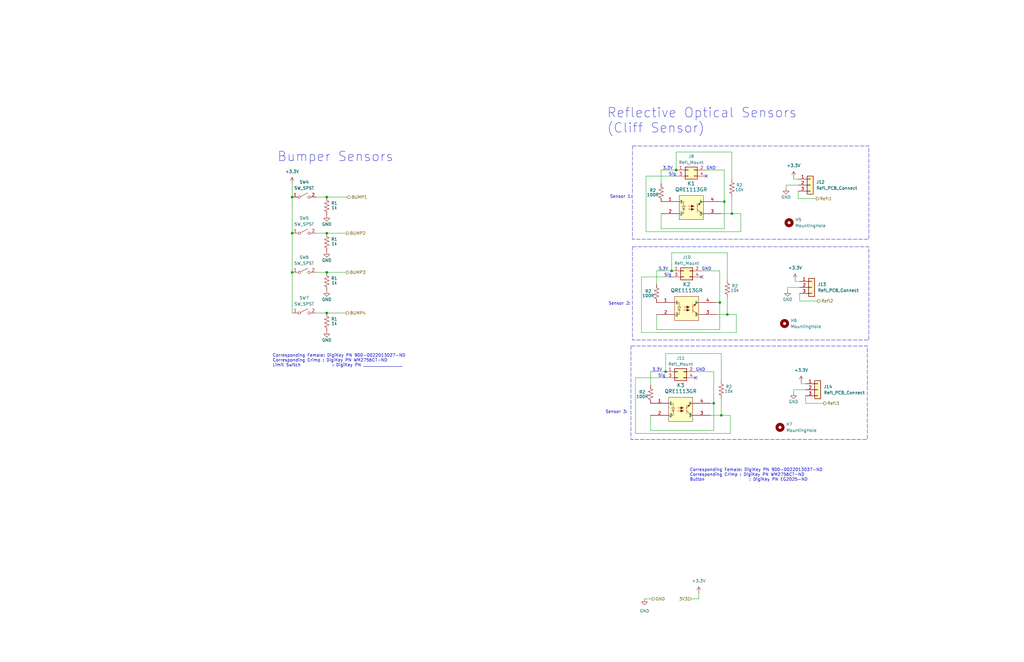
<source format=kicad_sch>
(kicad_sch (version 20230121) (generator eeschema)
  (paper "B")
  (title_block (title "MCU Controller") (rev "0.1") (company "satomm@stanford.edu") (comment 1 "Department of Civil and Environmental Engineering") (comment 2 "Engineering Informatics Group") (comment 3 "Stanford University") (comment 4 "Matthew Sato"))
  (lib_symbols
    (symbol "Connector_Generic:Conn_01x03" (pin_names (offset 1.016) hide)
      (property "Reference" "J" (at 0 5.08 0))
      (property "Value" "Conn_01x03" (at 0 -5.08 0))
      (symbol "Conn_01x03_1_1"
        (rectangle (start -1.27 -2.413) (end 0 -2.667) (stroke (width 0.1524)))
        (rectangle (start -1.27 0.127) (end 0 -0.127) (stroke (width 0.1524)))
        (rectangle (start -1.27 2.667) (end 0 2.413) (stroke (width 0.1524)))
        (rectangle (start -1.27 3.81) (end 1.27 -3.81) (stroke (width 0.254)) (fill (type background)))
        (pin passive line (at -5.08 2.54 0) (length 3.81) (name "Pin_1") (number "1"))
        (pin passive line (at -5.08 0 0) (length 3.81) (name "Pin_2") (number "2"))
        (pin passive line (at -5.08 -2.54 0) (length 3.81) (name "Pin_3") (number "3"))
      )
    )
    (symbol "Connector_Generic:Conn_02x02_Odd_Even" (pin_names (offset 1.016) hide)
      (property "Reference" "J" (at 1.27 2.54 0))
      (property "Value" "Conn_02x02_Odd_Even" (at 1.27 -5.08 0))
      (symbol "Conn_02x02_Odd_Even_1_1"
        (rectangle (start -1.27 -2.413) (end 0 -2.667) (stroke (width 0.1524)))
        (rectangle (start -1.27 0.127) (end 0 -0.127) (stroke (width 0.1524)))
        (rectangle (start -1.27 1.27) (end 3.81 -3.81) (stroke (width 0.254)) (fill (type background)))
        (rectangle (start 3.81 -2.413) (end 2.54 -2.667) (stroke (width 0.1524)))
        (rectangle (start 3.81 0.127) (end 2.54 -0.127) (stroke (width 0.1524)))
        (pin passive line (at -5.08 0 0) (length 3.81) (name "Pin_1") (number "1"))
        (pin passive line (at 7.62 0 180) (length 3.81) (name "Pin_2") (number "2"))
        (pin passive line (at -5.08 -2.54 0) (length 3.81) (name "Pin_3") (number "3"))
        (pin passive line (at 7.62 -2.54 180) (length 3.81) (name "Pin_4") (number "4"))
      )
    )
    (symbol "Device:R_US" (pin_numbers hide) (pin_names (offset 0))
      (property "Reference" "R" (at 2.54 0 90))
      (property "Value" "R_US" (at -2.54 0 90))
      (symbol "R_US_0_1"
        (polyline (pts (xy 0 -2.286) (xy 0 -2.54)))
        (polyline (pts (xy 0 2.286) (xy 0 2.54)))
        (polyline (pts (xy 0 -0.762) (xy 1.016 -1.143) (xy 0 -1.524) (xy -1.016 -1.905) (xy 0 -2.286)))
        (polyline (pts (xy 0 0.762) (xy 1.016 0.381) (xy 0 0) (xy -1.016 -0.381) (xy 0 -0.762)))
        (polyline (pts (xy 0 2.286) (xy 1.016 1.905) (xy 0 1.524) (xy -1.016 1.143) (xy 0 0.762)))
      )
      (symbol "R_US_1_1"
        (pin passive line (at 0 3.81 270) (length 1.27) (name "~") (number "1"))
        (pin passive line (at 0 -3.81 90) (length 1.27) (name "~") (number "2"))
      )
    )
    (symbol "Mechanical:MountingHole" (pin_names (offset 1.016))
      (property "Reference" "H" (at 0 5.08 0))
      (property "Value" "MountingHole" (at 0 3.175 0))
      (symbol "MountingHole_0_1"
        (circle (center 0 0) (radius 1.27) (stroke (width 1.27)))
      )
    )
    (symbol "RobotLibary:QRE1113GR" (pin_names (offset 0.254))
      (property "Reference" "K" (at 12.7 12.7 0))
      (property "Value" "QRE1113GR" (at 15.24 12.7 0))
      (symbol "QRE1113GR_0_1"
        (polyline (pts (xy 7.62 -5.08) (xy 9.525 -5.08)) (stroke (width 0.127)))
        (polyline (pts (xy 7.62 0) (xy 9.525 0)) (stroke (width 0.127)))
        (polyline (pts (xy 8.89 -1.905) (xy 9.525 -3.175)) (stroke (width 0.127)))
        (polyline (pts (xy 9.525 -3.175) (xy 9.525 -5.08)) (stroke (width 0.127)))
        (polyline (pts (xy 9.525 -3.175) (xy 10.16 -1.905)) (stroke (width 0.127)))
        (polyline (pts (xy 9.525 -1.905) (xy 9.525 0)) (stroke (width 0.127)))
        (polyline (pts (xy 10.16 -3.175) (xy 8.89 -3.175)) (stroke (width 0.127)))
        (polyline (pts (xy 10.16 -1.905) (xy 8.89 -1.905)) (stroke (width 0.127)))
        (polyline (pts (xy 11.43 -3.175) (xy 12.7 -3.175)) (stroke (width 0.127)))
        (polyline (pts (xy 11.43 -1.905) (xy 12.7 -1.905)) (stroke (width 0.127)))
        (polyline (pts (xy 15.24 -1.905) (xy 16.1925 -0.9525)) (stroke (width 0.127)))
        (polyline (pts (xy 15.24 -0.635) (xy 15.24 -4.445)) (stroke (width 0.127)))
        (polyline (pts (xy 16.51 -5.08) (xy 17.78 -5.08)) (stroke (width 0.127)))
        (polyline (pts (xy 16.51 -4.445) (xy 15.24 -3.175)) (stroke (width 0.127)))
        (polyline (pts (xy 16.51 -4.445) (xy 16.51 -5.08)) (stroke (width 0.127)))
        (polyline (pts (xy 16.51 0) (xy 16.51 -0.635)) (stroke (width 0.127)))
        (polyline (pts (xy 16.51 0) (xy 17.78 0)) (stroke (width 0.127)))
        (polyline (pts (xy 13.97 -3.175) (xy 12.7 -3.683) (xy 12.7 -2.667)) (fill (type outline)))
        (polyline (pts (xy 13.97 -1.905) (xy 12.7 -2.413) (xy 12.7 -1.397)) (fill (type outline)))
        (polyline (pts (xy 16.51 -0.635) (xy 15.748 -0.889) (xy 16.256 -1.397) (xy 16.51 -0.635)) (fill (type outline)))
      )
      (symbol "QRE1113GR_1_1"
        (rectangle (start 7.62 2.54) (end 17.78 -7.62) (fill (type background)))
        (pin passive line (at 0 0 0) (length 7.62) (name "1") (number "1"))
        (pin passive line (at 0 -5.08 0) (length 7.62) (name "2") (number "2"))
        (pin passive line (at 25.4 -5.08 180) (length 7.62) (name "3") (number "3"))
        (pin passive line (at 25.4 0 180) (length 7.62) (name "4") (number "4"))
      )
    )
    (symbol "Switch:SW_SPST" (pin_names (offset 0) hide)
      (property "Reference" "SW" (at 0 3.175 0))
      (property "Value" "SW_SPST" (at 0 -2.54 0))
      (symbol "SW_SPST_0_0"
        (circle (center -2.032 0) (radius 0.508))
        (polyline (pts (xy -1.524 0.254) (xy 1.524 1.778)))
        (circle (center 2.032 0) (radius 0.508))
      )
      (symbol "SW_SPST_1_1"
        (pin passive line (at -5.08 0 0) (length 2.54) (name "A") (number "1"))
        (pin passive line (at 5.08 0 180) (length 2.54) (name "B") (number "2"))
      )
    )
    (symbol "power:+3.3V" (power) (pin_names (offset 0))
      (property "Value" "+3.3V" (at 0 3.556 0))
      (symbol "+3.3V_0_1"
        (polyline (pts (xy -0.762 1.27) (xy 0 2.54)))
        (polyline (pts (xy 0 0) (xy 0 2.54)))
        (polyline (pts (xy 0 2.54) (xy 0.762 1.27)))
      )
      (symbol "+3.3V_1_1"
        (pin power_in line (at 0 0 90) (length 0) hide (name "+3.3V") (number "1"))
      )
    )
    (symbol "power:GND" (power) (pin_names (offset 0))
      (property "Value" "GND" (at 0 -3.81 0))
      (symbol "GND_0_1"
        (polyline (pts (xy 0 0) (xy 0 -1.27) (xy 1.27 -1.27) (xy 0 -2.54) (xy -1.27 -1.27) (xy 0 -1.27)))
      )
      (symbol "GND_1_1"
        (pin power_in line (at 0 0 270) (length 0) hide (name "GND") (number "1"))
      )
    )
  )
  (junction (at 304.165 175.26))
  (junction (at 123.19 114.935))
  (junction (at 123.19 98.425))
  (junction (at 137.795 98.425))
  (junction (at 123.19 83.185))
  (junction (at 137.795 114.935))
  (junction (at 283.21 114.3))
  (junction (at 306.705 132.715))
  (junction (at 300.99 170.18))
  (junction (at 305.435 85.09))
  (junction (at 280.67 156.845))
  (junction (at 285.115 71.755))
  (junction (at 137.795 83.185))
  (junction (at 303.53 127.635))
  (junction (at 137.795 132.08))
  (junction (at 308.61 90.17))
  (no_connect (at 297.815 74.295))
  (no_connect (at 295.91 116.84))
  (no_connect (at 293.37 159.385))
  (wire (pts (xy 303.53 114.3) (xy 303.53 127.635)))
  (wire (pts (xy 300.99 156.845) (xy 300.99 170.18)))
  (wire (pts (xy 305.435 85.09) (xy 305.435 96.52)))
  (wire (pts (xy 276.86 114.3) (xy 283.21 114.3)))
  (wire (pts (xy 274.32 156.845) (xy 280.67 156.845)))
  (wire (pts (xy 306.705 132.715) (xy 302.26 132.715)))
  (wire (pts (xy 339.725 167.005) (xy 339.725 170.18)))
  (wire (pts (xy 133.35 98.425) (xy 137.795 98.425)))
  (wire (pts (xy 307.975 182.88) (xy 267.97 182.88)))
  (wire (pts (xy 133.35 132.08) (xy 137.795 132.08)))
  (wire (pts (xy 336.55 80.645) (xy 336.55 83.82)))
  (wire (pts (xy 133.35 83.185) (xy 137.795 83.185)))
  (wire (pts (xy 123.19 83.185) (xy 123.19 98.425)))
  (wire (pts (xy 274.32 162.56) (xy 274.32 156.845)))
  (wire (pts (xy 280.67 149.225) (xy 280.67 156.845)))
  (wire (pts (xy 337.82 161.29) (xy 337.82 161.925)))
  (wire (pts (xy 304.165 149.225) (xy 280.67 149.225)))
  (wire (pts (xy 304.165 168.275) (xy 304.165 175.26)))
  (wire (pts (xy 306.705 132.715) (xy 310.515 132.715)))
  (wire (pts (xy 308.61 90.17) (xy 312.42 90.17)))
  (wire (pts (xy 272.415 74.295) (xy 285.115 74.295)))
  (wire (pts (xy 305.435 85.09) (xy 304.165 85.09)))
  (wire (pts (xy 276.86 139.065) (xy 303.53 139.065)))
  (wire (pts (xy 267.97 159.385) (xy 280.67 159.385)))
  (wire (pts (xy 123.19 98.425) (xy 123.19 114.935)))
  (wire (pts (xy 267.97 182.88) (xy 267.97 159.385)))
  (wire (pts (xy 312.42 90.17) (xy 312.42 97.79)))
  (wire (pts (xy 295.91 114.3) (xy 303.53 114.3)))
  (wire (pts (xy 308.61 75.565) (xy 308.61 64.135)))
  (wire (pts (xy 312.42 97.79) (xy 272.415 97.79)))
  (wire (pts (xy 123.19 114.935) (xy 123.19 132.08)))
  (wire (pts (xy 137.795 114.935) (xy 146.05 114.935)))
  (wire (pts (xy 293.37 156.845) (xy 300.99 156.845)))
  (wire (pts (xy 305.435 71.755) (xy 305.435 85.09)))
  (wire (pts (xy 283.21 106.68) (xy 283.21 114.3)))
  (wire (pts (xy 278.765 71.755) (xy 285.115 71.755)))
  (wire (pts (xy 270.51 140.335) (xy 270.51 116.84)))
  (wire (pts (xy 331.47 79.375) (xy 331.47 78.105)))
  (wire (pts (xy 123.19 77.47) (xy 123.19 83.185)))
  (wire (pts (xy 278.765 90.17) (xy 278.765 96.52)))
  (wire (pts (xy 271.78 252.73) (xy 274.955 252.73)))
  (wire (pts (xy 278.765 96.52) (xy 305.435 96.52)))
  (wire (pts (xy 336.55 83.82) (xy 344.17 83.82)))
  (wire (pts (xy 304.165 175.26) (xy 307.975 175.26)))
  (wire (pts (xy 294.64 252.73) (xy 291.465 252.73)))
  (wire (pts (xy 334.645 75.565) (xy 336.55 75.565)))
  (wire (pts (xy 335.28 118.745) (xy 337.185 118.745)))
  (wire (pts (xy 308.61 83.185) (xy 308.61 90.17)))
  (wire (pts (xy 294.64 250.19) (xy 294.64 252.73)))
  (wire (pts (xy 300.99 170.18) (xy 299.72 170.18)))
  (wire (pts (xy 300.99 170.18) (xy 300.99 181.61)))
  (wire (pts (xy 274.32 181.61) (xy 300.99 181.61)))
  (wire (pts (xy 285.115 64.135) (xy 285.115 71.755)))
  (wire (pts (xy 310.515 140.335) (xy 270.51 140.335)))
  (wire (pts (xy 310.515 132.715) (xy 310.515 140.335)))
  (wire (pts (xy 137.795 83.185) (xy 146.685 83.185)))
  (wire (pts (xy 334.645 164.465) (xy 339.725 164.465)))
  (wire (pts (xy 304.165 175.26) (xy 299.72 175.26)))
  (wire (pts (xy 306.705 106.68) (xy 283.21 106.68)))
  (wire (pts (xy 334.645 165.735) (xy 334.645 164.465)))
  (wire (pts (xy 337.185 127) (xy 344.805 127)))
  (wire (pts (xy 307.975 175.26) (xy 307.975 182.88)))
  (wire (pts (xy 306.705 118.11) (xy 306.705 106.68)))
  (wire (pts (xy 332.105 122.555) (xy 332.105 121.285)))
  (wire (pts (xy 278.765 77.47) (xy 278.765 71.755)))
  (wire (pts (xy 334.645 74.93) (xy 334.645 75.565)))
  (wire (pts (xy 137.795 98.425) (xy 146.05 98.425)))
  (wire (pts (xy 339.725 170.18) (xy 347.345 170.18)))
  (wire (pts (xy 331.47 78.105) (xy 336.55 78.105)))
  (wire (pts (xy 270.51 116.84) (xy 283.21 116.84)))
  (wire (pts (xy 304.165 160.655) (xy 304.165 149.225)))
  (wire (pts (xy 272.415 97.79) (xy 272.415 74.295)))
  (wire (pts (xy 137.795 132.08) (xy 146.05 132.08)))
  (wire (pts (xy 274.32 175.26) (xy 274.32 181.61)))
  (wire (pts (xy 306.705 125.73) (xy 306.705 132.715)))
  (wire (pts (xy 297.815 71.755) (xy 305.435 71.755)))
  (wire (pts (xy 308.61 90.17) (xy 304.165 90.17)))
  (wire (pts (xy 337.82 161.925) (xy 339.725 161.925)))
  (wire (pts (xy 308.61 64.135) (xy 285.115 64.135)))
  (wire (pts (xy 335.28 118.11) (xy 335.28 118.745)))
  (wire (pts (xy 303.53 127.635) (xy 303.53 139.065)))
  (wire (pts (xy 303.53 127.635) (xy 302.26 127.635)))
  (wire (pts (xy 276.86 120.015) (xy 276.86 114.3)))
  (wire (pts (xy 332.105 121.285) (xy 337.185 121.285)))
  (wire (pts (xy 337.185 123.825) (xy 337.185 127)))
  (wire (pts (xy 133.35 114.935) (xy 137.795 114.935)))
  (wire (pts (xy 276.86 132.715) (xy 276.86 139.065)))
  (rectangle (start 266.7 104.14) (end 366.395 143.51) (stroke (width 0) (type dash)))
  (rectangle (start 266.7 61.595) (end 366.395 100.965) (stroke (width 0) (type dash)))
  (rectangle (start 266.065 146.05) (end 365.76 185.42) (stroke (width 0) (type dash)))
  (text "GND" (at 295.91 114.3 0) (effects (font (size 1.27 1.27)) (justify left bottom)))
  (text "Bumper Sensors" (at 116.84 68.58 0) (effects (font (size 4 4)) (justify left bottom)))
  (text "3.3V" (at 274.955 156.845 0) (effects (font (size 1.27 1.27)) (justify left bottom)))
  (text "GND" (at 293.37 156.845 0) (effects (font (size 1.27 1.27)) (justify left bottom)))
  (text "Sensor 1:" (at 257.175 83.82 0) (effects (font (size 1.27 1.27)) (justify left bottom)))
  (text "Sensor 2:" (at 256.54 128.905 0) (effects (font (size 1.27 1.27)) (justify left bottom)))
  (text "Corresponding Female: DigiKey PN 900-0022013037-ND\nCorresponding Crimp : DigiKey PN WM2756CT-ND\nButton          	: DigiKey PN EG2025-ND" (at 290.83 203.2 0) (effects (font (size 1.27 1.27)) (justify left bottom)))
  (text "Corresponding Female: DigiKey PN 900-0022013027-ND\nCorresponding Crimp : DigiKey PN WM2756CT-ND\nLimit Switch		: DigiKey PN _________________" (at 114.935 154.94 0) (effects (font (size 1.27 1.27)) (justify left bottom)))
  (text "Sig" (at 277.495 159.385 0) (effects (font (size 1.27 1.27)) (justify left bottom)))
  (text "Sensor 3:" (at 255.27 174.625 0) (effects (font (size 1.27 1.27)) (justify left bottom)))
  (text "Sig" (at 280.035 116.84 0) (effects (font (size 1.27 1.27)) (justify left bottom)))
  (text "Reflective Optical Sensors\n(Cliff Sensor)" (at 255.905 56.515 0) (effects (font (size 4 4)) (justify left bottom)))
  (text "3.3V" (at 277.495 114.3 0) (effects (font (size 1.27 1.27)) (justify left bottom)))
  (text "3.3V" (at 279.4 71.755 0) (effects (font (size 1.27 1.27)) (justify left bottom)))
  (text "Sig" (at 281.94 74.295 0) (effects (font (size 1.27 1.27)) (justify left bottom)))
  (text "GND" (at 297.815 71.755 0) (effects (font (size 1.27 1.27)) (justify left bottom)))
  (hierarchical_label "3V3" (shape input) (at 291.465 252.73 180))
  (hierarchical_label "GND" (shape output) (at 274.955 252.73 0))
  (hierarchical_label "BUMP1" (shape output) (at 146.685 83.185 0))
  (hierarchical_label "BUMP2" (shape output) (at 146.05 98.425 0))
  (hierarchical_label "BUMP4" (shape output) (at 146.05 132.08 0))
  (hierarchical_label "Refl3" (shape output) (at 347.345 170.18 0))
  (hierarchical_label "Refl2" (shape output) (at 344.805 127 0))
  (hierarchical_label "BUMP3" (shape output) (at 146.05 114.935 0))
  (hierarchical_label "Refl1" (shape output) (at 344.17 83.82 0))
  (symbol (lib_id "power:GND") (at 137.795 106.045 0) (unit 1)
    (property "Reference" "#PWR062" (effects hide))
    (property "Value" "GND" (at 137.795 109.855 0))
  )
  (symbol (lib_id "Connector_Generic:Conn_02x02_Odd_Even") (at 285.75 156.845 0) (unit 1)
    (property "Reference" "J11" (at 287.02 151.13 0))
    (property "Value" "Refl_Mount" (at 287.02 153.67 0))
    (property "Footprint" "Connector_PinHeader_2.54mm:PinHeader_2x02_P2.54mm_Vertical" (effects hide))
    (property "Datasheet" "https://app.adam-tech.com/products/download/data_sheet/202065/ph2-xx-ua-data-sheet.pdf" (effects hide))
    (property "Description" "CONN HEADER VERT 4POS 2.54MM" (effects hide))
  )
  (symbol (lib_id "Device:R_US") (at 306.705 121.92 180) (unit 1)
    (property "Reference" "R2" (at 309.88 120.65 0))
    (property "Value" "10k" (at 309.88 122.555 0))
    (property "Footprint" "Resistor_SMD:R_0805_2012Metric_Pad1.20x1.40mm_HandSolder" (effects hide))
    (property "Datasheet" "https://www.seielect.com/catalog/sei-rmcf_rmcp.pdf" (effects hide))
    (property "Description" "RES 10K OHM 1% 1/8W 0805" (effects hide))
    (property "Mfr" "Stackpole Electronics Inc" (effects hide))
    (property "Mfr P/N" "RMCF0805FT10K0" (effects hide))
    (property "Supplier 1" "DigiKey" (effects hide))
    (property "Supplier 1 P/N" "RMCF0805FT10K0CT-ND" (effects hide))
    (instances (project "MainBoard" (path "" (reference "R2") (unit 1)) (path "" (reference "R22") (unit 1))))
  )
  (symbol (lib_id "power:GND") (at 137.795 122.555 0) (unit 1)
    (property "Reference" "#PWR061" (effects hide))
    (property "Value" "GND" (at 137.795 126.365 0))
  )
  (symbol (lib_id "Switch:SW_SPST") (at 128.27 114.935 0) (unit 1)
    (property "Reference" "SW6" (at 128.27 108.585 0))
    (property "Value" "SW_SPST" (at 128.27 111.125 0))
    (property "Footprint" "RobotLibrary:CONN_22232021_MOL" (effects hide))
    (property "Datasheet" "https://www.molex.com/webdocs/datasheets/pdf/en-us//0022232021_PCB_HEADERS.pdf" (effects hide))
    (property "Description" "CONN HEADER VERT 2POS 2.54MM" (effects hide))
    (property "Mfr" "Molex" (effects hide))
    (property "Mfr P/N" "0022232021" (effects hide))
    (property "Supplier 1" "DigiKey" (effects hide))
    (property "Supplier 1 P/N" "900-0022232021-ND" (effects hide))
  )
  (symbol (lib_id "Connector_Generic:Conn_02x02_Odd_Even") (at 290.195 71.755 0) (unit 1)
    (property "Reference" "J9" (at 291.465 66.04 0))
    (property "Value" "Refl_Mount" (at 291.465 68.58 0))
    (property "Footprint" "Connector_PinHeader_2.54mm:PinHeader_2x02_P2.54mm_Vertical" (effects hide))
    (property "Datasheet" "https://app.adam-tech.com/products/download/data_sheet/202065/ph2-xx-ua-data-sheet.pdf" (effects hide))
    (property "Description" "CONN HEADER VERT 4POS 2.54MM" (effects hide))
  )
  (symbol (lib_id "power:+3.3V") (at 334.645 74.93 0) (unit 1)
    (property "Reference" "#PWR096" (effects hide))
    (property "Value" "+3.3V" (at 334.645 69.85 0))
  )
  (symbol (lib_id "Switch:SW_SPST") (at 128.27 83.185 0) (unit 1)
    (property "Reference" "SW4" (at 128.27 76.835 0))
    (property "Value" "SW_SPST" (at 128.27 79.375 0))
    (property "Footprint" "RobotLibrary:CONN_22232021_MOL" (effects hide))
    (property "Datasheet" "https://www.molex.com/webdocs/datasheets/pdf/en-us//0022232021_PCB_HEADERS.pdf" (effects hide))
    (property "Description" "CONN HEADER VERT 2POS 2.54MM" (effects hide))
    (property "Mfr" "Molex" (effects hide))
    (property "Mfr P/N" "0022232021" (effects hide))
    (property "Supplier 1" "DigiKey" (effects hide))
    (property "Supplier 1 P/N" "900-0022232021-ND" (effects hide))
  )
  (symbol (lib_id "Device:R_US") (at 137.795 86.995 0) (unit 1)
    (property "Reference" "R1" (at 140.97 85.725 0))
    (property "Value" "1k" (at 140.97 87.63 0))
    (property "Footprint" "Resistor_SMD:R_0805_2012Metric_Pad1.20x1.40mm_HandSolder" (effects hide))
    (property "Datasheet" "https://www.seielect.com/catalog/sei-rmcf_rmcp.pdf" (effects hide))
    (property "Description" "RES 1K OHM 1% 1/8W 0805" (effects hide))
    (property "Mfr" "Stackpole Electronics Inc" (effects hide))
    (property "Mfr P/N" "RMCF0805FT1K00" (effects hide))
    (property "Supplier 1" "DigiKey" (effects hide))
    (property "Supplier 1 P/N" "RMCF0805FT1K00CT-ND" (effects hide))
    (instances (project "MainBoard" (path "" (reference "R1") (unit 1)) (path "" (reference "R10") (unit 1))))
  )
  (symbol (lib_id "Device:R_US") (at 278.765 81.28 180) (unit 1)
    (property "Reference" "R2" (at 275.2725 80.3275 0))
    (property "Value" "100R" (at 275.2725 82.2325 0))
    (property "Footprint" "Resistor_SMD:R_0805_2012Metric_Pad1.20x1.40mm_HandSolder" (effects hide))
    (property "Datasheet" "https://www.seielect.com/catalog/sei-rmcf_rmcp.pdf" (effects hide))
    (property "Description" "RES 100 OHM 1% 1/8W 0805" (effects hide))
    (property "Mfr" "Stackpole Electronics Inc" (effects hide))
    (property "Mfr P/N" "RMCF0805FT100R" (effects hide))
    (property "Supplier 1" "DigiKey" (effects hide))
    (property "Supplier 1 P/N" "RMCF0805FT100RCT-ND" (effects hide))
    (instances (project "MainBoard" (path "" (reference "R2") (unit 1)) (path "" (reference "R19") (unit 1))))
  )
  (symbol (lib_id "Device:R_US") (at 274.32 166.37 180) (unit 1)
    (property "Reference" "R2" (at 270.8275 165.4175 0))
    (property "Value" "100R" (at 270.8275 167.3225 0))
    (property "Footprint" "Resistor_SMD:R_0805_2012Metric_Pad1.20x1.40mm_HandSolder" (effects hide))
    (property "Datasheet" "https://www.seielect.com/catalog/sei-rmcf_rmcp.pdf" (effects hide))
    (property "Description" "RES 100 OHM 1% 1/8W 0805" (effects hide))
    (property "Mfr" "Stackpole Electronics Inc" (effects hide))
    (property "Mfr P/N" "RMCF0805FT100R" (effects hide))
    (property "Supplier 1" "DigiKey" (effects hide))
    (property "Supplier 1 P/N" "RMCF0805FT100RCT-ND" (effects hide))
    (instances (project "MainBoard" (path "" (reference "R2") (unit 1)) (path "" (reference "R23") (unit 1))))
  )
  (symbol (lib_id "RobotLibary:QRE1113GR") (at 278.765 85.09 0) (unit 1)
    (property "Reference" "K1" (at 291.465 77.47 0) (effects (font (size 1.524 1.524))))
    (property "Value" "QRE1113GR" (at 291.465 80.01 0) (effects (font (size 1.524 1.524))))
    (property "Footprint" "RobotLibrary:ARUSM-313_100CY_FAS-M" (effects hide))
    (property "Datasheet" "QRE1113GR" (effects hide))
    (property "Description" "SENSOR OPTO TRANS REFL SMD PHOTO" (effects hide))
    (property "Mfr" "onsemi" (effects hide))
    (property "Mfr P/N" "QRE1113GR" (effects hide))
    (property "Supplier 1" "DigiKey" (effects hide))
    (property "Supplier 1 P/N" "QRE1113GRCT-ND" (effects hide))
  )
  (symbol (lib_id "Switch:SW_SPST") (at 128.27 98.425 0) (unit 1)
    (property "Reference" "SW5" (at 128.27 92.075 0))
    (property "Value" "SW_SPST" (at 128.27 94.615 0))
    (property "Footprint" "RobotLibrary:CONN_22232021_MOL" (effects hide))
    (property "Datasheet" "https://www.molex.com/webdocs/datasheets/pdf/en-us//0022232021_PCB_HEADERS.pdf" (effects hide))
    (property "Description" "CONN HEADER VERT 2POS 2.54MM" (effects hide))
    (property "Mfr" "Molex" (effects hide))
    (property "Mfr P/N" "0022232021" (effects hide))
    (property "Supplier 1" "DigiKey" (effects hide))
    (property "Supplier 1 P/N" "900-0022232021-ND" (effects hide))
  )
  (symbol (lib_id "power:+3.3V") (at 337.82 161.29 0) (unit 1)
    (property "Reference" "#PWR0101" (effects hide))
    (property "Value" "+3.3V" (at 337.82 156.21 0))
  )
  (symbol (lib_id "Device:R_US") (at 137.795 118.745 0) (unit 1)
    (property "Reference" "R1" (at 140.97 117.475 0))
    (property "Value" "1k" (at 140.97 119.38 0))
    (property "Footprint" "Resistor_SMD:R_0805_2012Metric_Pad1.20x1.40mm_HandSolder" (effects hide))
    (property "Datasheet" "https://www.seielect.com/catalog/sei-rmcf_rmcp.pdf" (effects hide))
    (property "Description" "RES 1K OHM 1% 1/8W 0805" (effects hide))
    (property "Mfr" "Stackpole Electronics Inc" (effects hide))
    (property "Mfr P/N" "RMCF0805FT1K00" (effects hide))
    (property "Supplier 1" "DigiKey" (effects hide))
    (property "Supplier 1 P/N" "RMCF0805FT1K00CT-ND" (effects hide))
    (instances (project "MainBoard" (path "" (reference "R1") (unit 1)) (path "" (reference "R12") (unit 1))))
  )
  (symbol (lib_id "power:GND") (at 332.105 122.555 0) (unit 1)
    (property "Reference" "#PWR098" (effects hide))
    (property "Value" "GND" (at 332.105 126.365 0))
  )
  (symbol (lib_id "Mechanical:MountingHole") (at 328.93 180.34 0) (unit 1)
    (property "Reference" "H7" (at 331.47 179.07 0) (effects (justify left)))
    (property "Value" "MountingHole" (at 331.47 181.61 0) (effects (justify left)))
    (property "Footprint" "MountingHole:MountingHole_2.2mm_M2" (effects hide))
  )
  (symbol (lib_id "Device:R_US") (at 304.165 164.465 180) (unit 1)
    (property "Reference" "R2" (at 307.34 163.195 0))
    (property "Value" "10k" (at 307.34 165.1 0))
    (property "Footprint" "Resistor_SMD:R_0805_2012Metric_Pad1.20x1.40mm_HandSolder" (effects hide))
    (property "Datasheet" "https://www.seielect.com/catalog/sei-rmcf_rmcp.pdf" (effects hide))
    (property "Description" "RES 10K OHM 1% 1/8W 0805" (effects hide))
    (property "Mfr" "Stackpole Electronics Inc" (effects hide))
    (property "Mfr P/N" "RMCF0805FT10K0" (effects hide))
    (property "Supplier 1" "DigiKey" (effects hide))
    (property "Supplier 1 P/N" "RMCF0805FT10K0CT-ND" (effects hide))
    (instances (project "MainBoard" (path "" (reference "R2") (unit 1)) (path "" (reference "R24") (unit 1))))
  )
  (symbol (lib_id "Mechanical:MountingHole") (at 332.74 93.98 0) (unit 1)
    (property "Reference" "H5" (at 335.28 92.71 0) (effects (justify left)))
    (property "Value" "MountingHole" (at 335.28 95.25 0) (effects (justify left)))
    (property "Footprint" "MountingHole:MountingHole_2.2mm_M2" (effects hide))
  )
  (symbol (lib_id "power:+3.3V") (at 335.28 118.11 0) (unit 1)
    (property "Reference" "#PWR099" (effects hide))
    (property "Value" "+3.3V" (at 335.28 113.03 0))
  )
  (symbol (lib_id "Connector_Generic:Conn_01x03") (at 341.63 78.105 0) (unit 1)
    (property "Reference" "J12" (at 344.17 76.835 0) (effects (justify left)))
    (property "Value" "Refl_PCB_Connect" (at 344.17 79.375 0) (effects (justify left)))
    (property "Footprint" "RobotLibrary:CONN3_22232031_MOL" (effects hide))
    (property "Datasheet" "https://www.molex.com/pdm_docs/sd/022232031_sd.pdf" (effects hide))
    (property "Description" "CONN HEADER VERT 3POS 2.54MM" (effects hide))
    (property "Mfr" "Molex" (effects hide))
    (property "Mfr P/N" "0022232031" (effects hide))
    (property "Supplier 1" "DigiKey" (effects hide))
    (property "Supplier 1 P/N" "WM4201-ND" (effects hide))
  )
  (symbol (lib_id "Connector_Generic:Conn_02x02_Odd_Even") (at 288.29 114.3 0) (unit 1)
    (property "Reference" "J10" (at 289.56 108.585 0))
    (property "Value" "Refl_Mount" (at 289.56 111.125 0))
    (property "Footprint" "Connector_PinHeader_2.54mm:PinHeader_2x02_P2.54mm_Vertical" (effects hide))
    (property "Datasheet" "https://app.adam-tech.com/products/download/data_sheet/202065/ph2-xx-ua-data-sheet.pdf" (effects hide))
    (property "Description" "CONN HEADER VERT 4POS 2.54MM" (effects hide))
  )
  (symbol (lib_id "power:GND") (at 271.78 252.73 0) (unit 1)
    (property "Reference" "#PWR057" (effects hide))
    (property "Value" "GND" (at 271.78 257.81 0))
  )
  (symbol (lib_id "RobotLibary:QRE1113GR") (at 274.32 170.18 0) (unit 1)
    (property "Reference" "K3" (at 287.02 162.56 0) (effects (font (size 1.524 1.524))))
    (property "Value" "QRE1113GR" (at 287.02 165.1 0) (effects (font (size 1.524 1.524))))
    (property "Footprint" "RobotLibrary:ARUSM-313_100CY_FAS-M" (effects hide))
    (property "Datasheet" "QRE1113GR" (effects hide))
    (property "Description" "SENSOR OPTO TRANS REFL SMD PHOTO" (effects hide))
    (property "Mfr" "onsemi" (effects hide))
    (property "Mfr P/N" "QRE1113GR" (effects hide))
    (property "Supplier 1" "DigiKey" (effects hide))
    (property "Supplier 1 P/N" "QRE1113GRCT-ND" (effects hide))
  )
  (symbol (lib_id "Mechanical:MountingHole") (at 330.835 136.525 0) (unit 1)
    (property "Reference" "H6" (at 333.375 135.255 0) (effects (justify left)))
    (property "Value" "MountingHole" (at 333.375 137.795 0) (effects (justify left)))
    (property "Footprint" "MountingHole:MountingHole_2.2mm_M2" (effects hide))
  )
  (symbol (lib_id "Connector_Generic:Conn_01x03") (at 344.805 164.465 0) (unit 1)
    (property "Reference" "J14" (at 347.345 163.195 0) (effects (justify left)))
    (property "Value" "Refl_PCB_Connect" (at 347.345 165.735 0) (effects (justify left)))
    (property "Footprint" "RobotLibrary:CONN3_22232031_MOL" (effects hide))
    (property "Datasheet" "https://www.molex.com/pdm_docs/sd/022232031_sd.pdf" (effects hide))
    (property "Description" "CONN HEADER VERT 3POS 2.54MM" (effects hide))
    (property "Mfr" "Molex" (effects hide))
    (property "Mfr P/N" "0022232031" (effects hide))
    (property "Supplier 1" "DigiKey" (effects hide))
    (property "Supplier 1 P/N" "WM4201-ND" (effects hide))
  )
  (symbol (lib_id "power:GND") (at 331.47 79.375 0) (unit 1)
    (property "Reference" "#PWR097" (effects hide))
    (property "Value" "GND" (at 331.47 83.185 0))
  )
  (symbol (lib_id "power:GND") (at 137.795 90.805 0) (unit 1)
    (property "Reference" "#PWR063" (effects hide))
    (property "Value" "GND" (at 137.795 94.615 0))
  )
  (symbol (lib_id "Switch:SW_SPST") (at 128.27 132.08 0) (unit 1)
    (property "Reference" "SW7" (at 128.27 125.73 0))
    (property "Value" "SW_SPST" (at 128.27 128.27 0))
    (property "Footprint" "RobotLibrary:CONN_22232021_MOL" (effects hide))
    (property "Datasheet" "https://www.molex.com/webdocs/datasheets/pdf/en-us//0022232021_PCB_HEADERS.pdf" (effects hide))
    (property "Description" "CONN HEADER VERT 2POS 2.54MM" (effects hide))
    (property "Mfr" "Molex" (effects hide))
    (property "Mfr P/N" "0022232021" (effects hide))
    (property "Supplier 1" "DigiKey" (effects hide))
    (property "Supplier 1 P/N" "900-0022232021-ND" (effects hide))
  )
  (symbol (lib_id "power:GND") (at 334.645 165.735 0) (unit 1)
    (property "Reference" "#PWR0100" (effects hide))
    (property "Value" "GND" (at 334.645 169.545 0))
  )
  (symbol (lib_id "power:+3.3V") (at 123.19 77.47 0) (unit 1)
    (property "Reference" "#PWR059" (effects hide))
    (property "Value" "+3.3V" (at 123.19 72.39 0))
  )
  (symbol (lib_id "power:GND") (at 137.795 139.7 0) (unit 1)
    (property "Reference" "#PWR060" (effects hide))
    (property "Value" "GND" (at 137.795 143.51 0))
  )
  (symbol (lib_id "Device:R_US") (at 137.795 102.235 0) (unit 1)
    (property "Reference" "R1" (at 140.97 100.965 0))
    (property "Value" "1k" (at 140.97 102.87 0))
    (property "Footprint" "Resistor_SMD:R_0805_2012Metric_Pad1.20x1.40mm_HandSolder" (effects hide))
    (property "Datasheet" "https://www.seielect.com/catalog/sei-rmcf_rmcp.pdf" (effects hide))
    (property "Description" "RES 1K OHM 1% 1/8W 0805" (effects hide))
    (property "Mfr" "Stackpole Electronics Inc" (effects hide))
    (property "Mfr P/N" "RMCF0805FT1K00" (effects hide))
    (property "Supplier 1" "DigiKey" (effects hide))
    (property "Supplier 1 P/N" "RMCF0805FT1K00CT-ND" (effects hide))
    (instances (project "MainBoard" (path "" (reference "R1") (unit 1)) (path "" (reference "R11") (unit 1))))
  )
  (symbol (lib_id "Device:R_US") (at 137.795 135.89 0) (unit 1)
    (property "Reference" "R1" (at 140.97 134.62 0))
    (property "Value" "1k" (at 140.97 136.525 0))
    (property "Footprint" "Resistor_SMD:R_0805_2012Metric_Pad1.20x1.40mm_HandSolder" (effects hide))
    (property "Datasheet" "https://www.seielect.com/catalog/sei-rmcf_rmcp.pdf" (effects hide))
    (property "Description" "RES 1K OHM 1% 1/8W 0805" (effects hide))
    (property "Mfr" "Stackpole Electronics Inc" (effects hide))
    (property "Mfr P/N" "RMCF0805FT1K00" (effects hide))
    (property "Supplier 1" "DigiKey" (effects hide))
    (property "Supplier 1 P/N" "RMCF0805FT1K00CT-ND" (effects hide))
    (instances (project "MainBoard" (path "" (reference "R1") (unit 1)) (path "" (reference "R13") (unit 1))))
  )
  (symbol (lib_id "Device:R_US") (at 308.61 79.375 180) (unit 1)
    (property "Reference" "R2" (at 311.785 78.105 0))
    (property "Value" "10k" (at 311.785 80.01 0))
    (property "Footprint" "Resistor_SMD:R_0805_2012Metric_Pad1.20x1.40mm_HandSolder" (effects hide))
    (property "Datasheet" "https://www.seielect.com/catalog/sei-rmcf_rmcp.pdf" (effects hide))
    (property "Description" "RES 10K OHM 1% 1/8W 0805" (effects hide))
    (property "Mfr" "Stackpole Electronics Inc" (effects hide))
    (property "Mfr P/N" "RMCF0805FT10K0" (effects hide))
    (property "Supplier 1" "DigiKey" (effects hide))
    (property "Supplier 1 P/N" "RMCF0805FT10K0CT-ND" (effects hide))
    (instances (project "MainBoard" (path "" (reference "R2") (unit 1)) (path "" (reference "R20") (unit 1))))
  )
  (symbol (lib_id "power:+3.3V") (at 294.64 250.19 0) (unit 1)
    (property "Reference" "#PWR058" (effects hide))
    (property "Value" "+3.3V" (at 294.64 245.11 0))
  )
  (symbol (lib_id "Device:R_US") (at 276.86 123.825 180) (unit 1)
    (property "Reference" "R2" (at 273.3675 122.8725 0))
    (property "Value" "100R" (at 273.3675 124.7775 0))
    (property "Footprint" "Resistor_SMD:R_0805_2012Metric_Pad1.20x1.40mm_HandSolder" (effects hide))
    (property "Datasheet" "https://www.seielect.com/catalog/sei-rmcf_rmcp.pdf" (effects hide))
    (property "Description" "RES 100 OHM 1% 1/8W 0805" (effects hide))
    (property "Mfr" "Stackpole Electronics Inc" (effects hide))
    (property "Mfr P/N" "RMCF0805FT100R" (effects hide))
    (property "Supplier 1" "DigiKey" (effects hide))
    (property "Supplier 1 P/N" "RMCF0805FT100RCT-ND" (effects hide))
    (instances (project "MainBoard" (path "" (reference "R2") (unit 1)) (path "" (reference "R21") (unit 1))))
  )
  (symbol (lib_id "Connector_Generic:Conn_01x03") (at 342.265 121.285 0) (unit 1)
    (property "Reference" "J13" (at 344.805 120.015 0) (effects (justify left)))
    (property "Value" "Refl_PCB_Connect" (at 344.805 122.555 0) (effects (justify left)))
    (property "Footprint" "RobotLibrary:CONN3_22232031_MOL" (effects hide))
    (property "Datasheet" "https://www.molex.com/pdm_docs/sd/022232031_sd.pdf" (effects hide))
    (property "Description" "CONN HEADER VERT 3POS 2.54MM" (effects hide))
    (property "Mfr" "Molex" (effects hide))
    (property "Mfr P/N" "0022232031" (effects hide))
    (property "Supplier 1" "DigiKey" (effects hide))
    (property "Supplier 1 P/N" "WM4201-ND" (effects hide))
  )
  (symbol (lib_id "RobotLibary:QRE1113GR") (at 276.86 127.635 0) (unit 1)
    (property "Reference" "K2" (at 289.56 120.015 0) (effects (font (size 1.524 1.524))))
    (property "Value" "QRE1113GR" (at 289.56 122.555 0) (effects (font (size 1.524 1.524))))
    (property "Footprint" "RobotLibrary:ARUSM-313_100CY_FAS-M" (effects hide))
    (property "Datasheet" "QRE1113GR" (effects hide))
    (property "Description" "SENSOR OPTO TRANS REFL SMD PHOTO" (effects hide))
    (property "Mfr" "onsemi" (effects hide))
    (property "Mfr P/N" "QRE1113GR" (effects hide))
    (property "Supplier 1" "DigiKey" (effects hide))
    (property "Supplier 1 P/N" "QRE1113GRCT-ND" (effects hide))
  )
)
</source>
